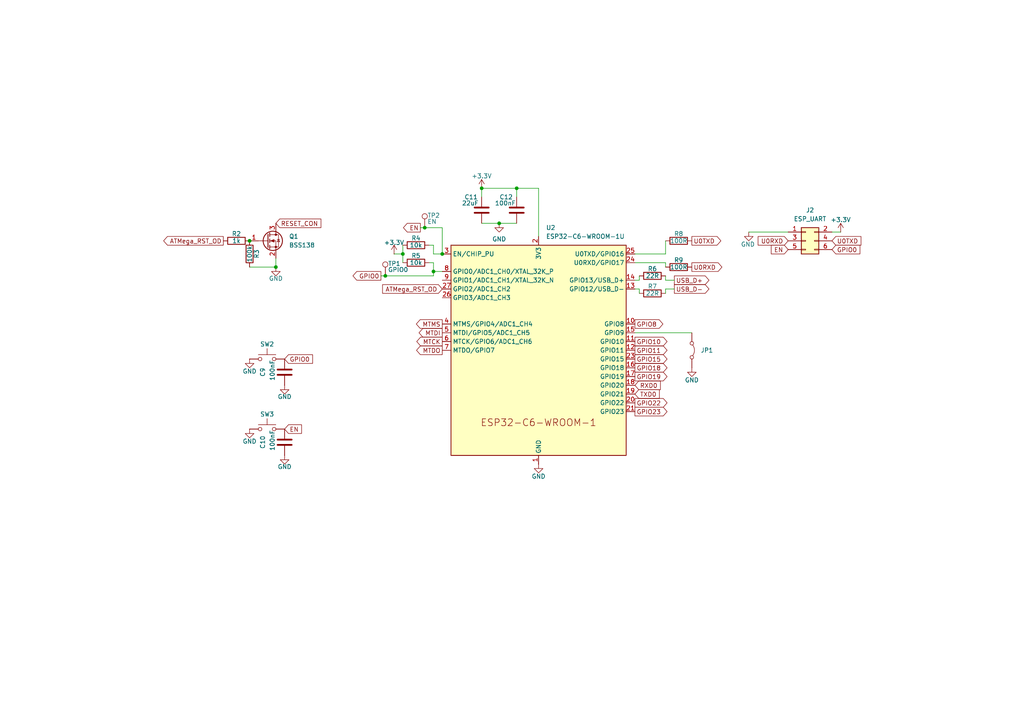
<source format=kicad_sch>
(kicad_sch (version 20250114) (generator "eeschema") (generator_version "9.0")
  (paper "A4")
  (title_block (title "IoT Logger C - ESP32 C6") (date "2026-01-24") (rev "1.0") (company "Piotr Kłyś"))
  (lib_symbols
    (symbol "Connector:TestPoint" (pin_numbers (hide yes)) (pin_names (offset 0.762) (hide yes))
      (property "Reference" "TP" (at 0 6.858 0))
      (property "Value" "TestPoint" (at 0 5.08 0))
      (symbol "TestPoint_0_1"
        (circle (center 0 3.302) (radius 0.762))
      )
      (symbol "TestPoint_1_1"
        (pin passive line (at 0 0 90) (length 2.54) (name "1") (number "1"))
      )
    )
    (symbol "Connector_Generic:Conn_02x03_Odd_Even" (pin_names (offset 1.016) (hide yes))
      (property "Reference" "J" (at 1.27 5.08 0))
      (property "Value" "Conn_02x03_Odd_Even" (at 1.27 -5.08 0))
      (symbol "Conn_02x03_Odd_Even_1_1"
        (rectangle (start -1.27 3.81) (end 3.81 -3.81) (stroke (width 0.254)) (fill (type background)))
        (rectangle (start -1.27 2.667) (end 0 2.413) (stroke (width 0.1524)))
        (rectangle (start -1.27 0.127) (end 0 -0.127) (stroke (width 0.1524)))
        (rectangle (start -1.27 -2.413) (end 0 -2.667) (stroke (width 0.1524)))
        (rectangle (start 3.81 2.667) (end 2.54 2.413) (stroke (width 0.1524)))
        (rectangle (start 3.81 0.127) (end 2.54 -0.127) (stroke (width 0.1524)))
        (rectangle (start 3.81 -2.413) (end 2.54 -2.667) (stroke (width 0.1524)))
        (pin passive line (at -5.08 2.54 0) (length 3.81) (name "Pin_1") (number "1"))
        (pin passive line (at -5.08 0 0) (length 3.81) (name "Pin_3") (number "3"))
        (pin passive line (at -5.08 -2.54 0) (length 3.81) (name "Pin_5") (number "5"))
        (pin passive line (at 7.62 2.54 180) (length 3.81) (name "Pin_2") (number "2"))
        (pin passive line (at 7.62 0 180) (length 3.81) (name "Pin_4") (number "4"))
        (pin passive line (at 7.62 -2.54 180) (length 3.81) (name "Pin_6") (number "6"))
      )
    )
    (symbol "Device:C" (pin_numbers (hide yes)) (pin_names (offset 0.254))
      (property "Reference" "C" (at 0.635 2.54 0))
      (property "Value" "C" (at 0.635 -2.54 0))
      (symbol "C_0_1"
        (polyline (pts (xy -2.032 0.762) (xy 2.032 0.762)) (stroke (width 0.508)))
        (polyline (pts (xy -2.032 -0.762) (xy 2.032 -0.762)) (stroke (width 0.508)))
      )
      (symbol "C_1_1"
        (pin passive line (at 0 3.81 270) (length 2.794) (name "~") (number "1"))
        (pin passive line (at 0 -3.81 90) (length 2.794) (name "~") (number "2"))
      )
    )
    (symbol "Device:R" (pin_numbers (hide yes)) (pin_names (offset 0))
      (property "Reference" "R" (at 2.032 0 90))
      (property "Value" "R" (at 0 0 90))
      (symbol "R_0_1"
        (rectangle (start -1.016 -2.54) (end 1.016 2.54) (stroke (width 0.254)))
      )
      (symbol "R_1_1"
        (pin passive line (at 0 3.81 270) (length 1.27) (name "~") (number "1"))
        (pin passive line (at 0 -3.81 90) (length 1.27) (name "~") (number "2"))
      )
    )
    (symbol "Jumper:Jumper_2_Bridged" (pin_numbers (hide yes)) (pin_names (offset 0) (hide yes))
      (property "Reference" "JP" (at 0 1.905 0))
      (property "Value" "Jumper_2_Bridged" (at 0 -2.54 0))
      (symbol "Jumper_2_Bridged_0_0"
        (circle (center -2.032 0) (radius 0.508))
        (circle (center 2.032 0) (radius 0.508))
      )
      (symbol "Jumper_2_Bridged_0_1"
        (arc (start -1.524 0.254) (mid 0 0.762) (end 1.524 0.254))
      )
      (symbol "Jumper_2_Bridged_1_1"
        (pin passive line (at -5.08 0 0) (length 2.54) (name "A") (number "1"))
        (pin passive line (at 5.08 0 180) (length 2.54) (name "B") (number "2"))
      )
    )
    (symbol "PCM_Espressif:ESP32-C6-WROOM-1"
      (property "Reference" "U" (at -25.4 35.56 0))
      (property "Value" "ESP32-C6-WROOM-1" (at -25.4 33.02 0))
      (symbol "ESP32-C6-WROOM-1_0_0"
        (text "ESP32-C6-WROOM-1" (at 0 -20.955 0) (effects (font (size 2 2))))
      )
      (symbol "ESP32-C6-WROOM-1_0_1"
        (rectangle (start -25.4 30.48) (end 25.4 -30.48) (stroke (width 0.254)) (fill (type background)))
      )
      (symbol "ESP32-C6-WROOM-1_1_1"
        (pin input line (at -27.94 27.94 0) (length 2.54) (name "EN/CHIP_PU") (number "3"))
        (pin bidirectional line (at -27.94 22.86 0) (length 2.54) (name "GPIO0/ADC1_CH0/XTAL_32K_P") (number "8"))
        (pin bidirectional line (at -27.94 20.32 0) (length 2.54) (name "GPIO1/ADC1_CH1/XTAL_32K_N") (number "9"))
        (pin bidirectional line (at -27.94 17.78 0) (length 2.54) (name "GPIO2/ADC1_CH2") (number "27"))
        (pin bidirectional line (at -27.94 15.24 0) (length 2.54) (name "GPIO3/ADC1_CH3") (number "26"))
        (pin bidirectional line (at -27.94 7.62 0) (length 2.54) (name "MTMS/GPIO4/ADC1_CH4") (number "4"))
        (pin bidirectional line (at -27.94 5.08 0) (length 2.54) (name "MTDI/GPIO5/ADC1_CH5") (number "5"))
        (pin bidirectional line (at -27.94 2.54 0) (length 2.54) (name "MTCK/GPIO6/ADC1_CH6") (number "6"))
        (pin bidirectional line (at -27.94 0 0) (length 2.54) (name "MTDO/GPIO7") (number "7"))
        (pin no_connect line (at -25.4 -12.7 0) (length 2.54) (hide yes) (name "NC") (number "22"))
        (pin power_in line (at 0 33.02 270) (length 2.54) (name "3V3") (number "2"))
        (pin power_in line (at 0 -33.02 90) (length 2.54) (name "GND") (number "1"))
        (pin passive line (at 0 -33.02 90) (length 2.54) (hide yes) (name "GND") (number "28"))
        (pin passive line (at 0 -33.02 90) (length 2.54) (hide yes) (name "GND") (number "29"))
        (pin bidirectional line (at 27.94 27.94 180) (length 2.54) (name "U0TXD/GPIO16") (number "25"))
        (pin bidirectional line (at 27.94 25.4 180) (length 2.54) (name "U0RXD/GPIO17") (number "24"))
        (pin bidirectional line (at 27.94 20.32 180) (length 2.54) (name "GPIO13/USB_D+") (number "14"))
        (pin bidirectional line (at 27.94 17.78 180) (length 2.54) (name "GPIO12/USB_D-") (number "13"))
        (pin bidirectional line (at 27.94 7.62 180) (length 2.54) (name "GPIO8") (number "10"))
        (pin bidirectional line (at 27.94 5.08 180) (length 2.54) (name "GPIO9") (number "15"))
        (pin bidirectional line (at 27.94 2.54 180) (length 2.54) (name "GPIO10") (number "11"))
        (pin bidirectional line (at 27.94 0 180) (length 2.54) (name "GPIO11") (number "12"))
        (pin bidirectional line (at 27.94 -2.54 180) (length 2.54) (name "GPIO15") (number "23"))
        (pin bidirectional line (at 27.94 -5.08 180) (length 2.54) (name "GPIO18") (number "16"))
        (pin bidirectional line (at 27.94 -7.62 180) (length 2.54) (name "GPIO19") (number "17"))
        (pin bidirectional line (at 27.94 -10.16 180) (length 2.54) (name "GPIO20") (number "18"))
        (pin bidirectional line (at 27.94 -12.7 180) (length 2.54) (name "GPIO21") (number "19"))
        (pin bidirectional line (at 27.94 -15.24 180) (length 2.54) (name "GPIO22") (number "20"))
        (pin bidirectional line (at 27.94 -17.78 180) (length 2.54) (name "GPIO23") (number "21"))
      )
    )
    (symbol "Switch:SW_Push" (pin_numbers (hide yes)) (pin_names (offset 1.016) (hide yes))
      (property "Reference" "SW" (at 1.27 2.54 0))
      (property "Value" "SW_Push" (at 0 -1.524 0))
      (symbol "SW_Push_0_1"
        (circle (center -2.032 0) (radius 0.508))
        (polyline (pts (xy 0 1.27) (xy 0 3.048)))
        (circle (center 2.032 0) (radius 0.508))
        (polyline (pts (xy 2.54 1.27) (xy -2.54 1.27)))
        (pin passive line (at -5.08 0 0) (length 2.54) (name "1") (number "1"))
        (pin passive line (at 5.08 0 180) (length 2.54) (name "2") (number "2"))
      )
    )
    (symbol "Transistor_FET:BSS138" (pin_names (offset 0) (hide yes))
      (property "Reference" "Q" (at 5.08 1.905 0))
      (property "Value" "BSS138" (at 5.08 0 0))
      (symbol "BSS138_0_1"
        (polyline (pts (xy 0.254 1.905) (xy 0.254 -1.905)) (stroke (width 0.254)))
        (polyline (pts (xy 0.254 0) (xy -2.54 0)))
        (polyline (pts (xy 0.762 2.286) (xy 0.762 1.27)) (stroke (width 0.254)))
        (polyline (pts (xy 0.762 0.508) (xy 0.762 -0.508)) (stroke (width 0.254)))
        (polyline (pts (xy 0.762 -1.27) (xy 0.762 -2.286)) (stroke (width 0.254)))
        (polyline (pts (xy 0.762 -1.778) (xy 3.302 -1.778) (xy 3.302 1.778) (xy 0.762 1.778)))
        (polyline (pts (xy 1.016 0) (xy 2.032 0.381) (xy 2.032 -0.381) (xy 1.016 0)) (fill (type outline)))
        (circle (center 1.651 0) (radius 2.794) (stroke (width 0.254)))
        (polyline (pts (xy 2.54 2.54) (xy 2.54 1.778)))
        (circle (center 2.54 1.778) (radius 0.254) (fill (type outline)))
        (circle (center 2.54 -1.778) (radius 0.254) (fill (type outline)))
        (polyline (pts (xy 2.54 -2.54) (xy 2.54 0) (xy 0.762 0)))
        (polyline (pts (xy 2.921 0.381) (xy 3.683 0.381)))
        (polyline (pts (xy 3.302 0.381) (xy 2.921 -0.254) (xy 3.683 -0.254) (xy 3.302 0.381)))
      )
      (symbol "BSS138_1_1"
        (pin input line (at -5.08 0 0) (length 2.54) (name "G") (number "1"))
        (pin passive line (at 2.54 5.08 270) (length 2.54) (name "D") (number "3"))
        (pin passive line (at 2.54 -5.08 90) (length 2.54) (name "S") (number "2"))
      )
    )
    (symbol "power:+3.3V" (power) (pin_numbers (hide yes)) (pin_names (offset 0) (hide yes))
      (property "Value" "+3.3V" (at 0 3.556 0))
      (symbol "+3.3V_0_1"
        (polyline (pts (xy -0.762 1.27) (xy 0 2.54)))
        (polyline (pts (xy 0 2.54) (xy 0.762 1.27)))
        (polyline (pts (xy 0 0) (xy 0 2.54)))
      )
      (symbol "+3.3V_1_1"
        (pin power_in line (at 0 0 90) (length 0) (name "~") (number "1"))
      )
    )
    (symbol "power:GND" (power) (pin_numbers (hide yes)) (pin_names (offset 0) (hide yes))
      (property "Value" "GND" (at 0 -3.81 0))
      (symbol "GND_0_1"
        (polyline (pts (xy 0 0) (xy 0 -1.27) (xy 1.27 -1.27) (xy 0 -2.54) (xy -1.27 -1.27) (xy 0 -1.27)))
      )
      (symbol "GND_1_1"
        (pin power_in line (at 0 0 270) (length 0) (name "~") (number "1"))
      )
    )
  )
  (junction (at 139.7 54.61))
  (junction (at 144.78 64.77))
  (junction (at 111.76 80.01))
  (junction (at 80.01 77.47))
  (junction (at 72.39 69.85))
  (junction (at 123.19 66.04))
  (junction (at 125.73 78.74))
  (junction (at 116.84 73.66))
  (junction (at 149.86 54.61))
  (junction (at 128.27 73.66))
  (wire (pts (xy 139.7 54.61) (xy 139.7 57.15)))
  (wire (pts (xy 125.73 71.12) (xy 125.73 73.66)))
  (wire (pts (xy 125.73 80.01) (xy 125.73 78.74)))
  (wire (pts (xy 149.86 57.15) (xy 149.86 54.61)))
  (wire (pts (xy 184.15 83.82) (xy 185.42 83.82)))
  (wire (pts (xy 72.39 77.47) (xy 80.01 77.47)))
  (wire (pts (xy 125.73 73.66) (xy 128.27 73.66)))
  (wire (pts (xy 193.04 83.82) (xy 195.58 83.82)))
  (wire (pts (xy 193.04 81.28) (xy 195.58 81.28)))
  (wire (pts (xy 185.42 81.28) (xy 185.42 80.01)))
  (wire (pts (xy 217.17 67.31) (xy 228.6 67.31)))
  (wire (pts (xy 193.04 69.85) (xy 193.04 73.66)))
  (wire (pts (xy 193.04 77.47) (xy 193.04 76.2)))
  (wire (pts (xy 116.84 73.66) (xy 116.84 76.2)))
  (wire (pts (xy 128.27 66.04) (xy 128.27 73.66)))
  (wire (pts (xy 139.7 64.77) (xy 144.78 64.77)))
  (wire (pts (xy 193.04 76.2) (xy 184.15 76.2)))
  (wire (pts (xy 156.21 54.61) (xy 149.86 54.61)))
  (wire (pts (xy 184.15 96.52) (xy 200.66 96.52)))
  (wire (pts (xy 80.01 77.47) (xy 80.01 74.93)))
  (wire (pts (xy 193.04 80.01) (xy 193.04 81.28)))
  (wire (pts (xy 114.3 73.66) (xy 116.84 73.66)))
  (wire (pts (xy 156.21 54.61) (xy 156.21 68.58)))
  (wire (pts (xy 184.15 81.28) (xy 185.42 81.28)))
  (wire (pts (xy 193.04 73.66) (xy 184.15 73.66)))
  (wire (pts (xy 111.76 80.01) (xy 125.73 80.01)))
  (wire (pts (xy 116.84 71.12) (xy 116.84 73.66)))
  (wire (pts (xy 121.92 66.04) (xy 123.19 66.04)))
  (wire (pts (xy 125.73 78.74) (xy 128.27 78.74)))
  (wire (pts (xy 124.46 76.2) (xy 125.73 76.2)))
  (wire (pts (xy 243.84 67.31) (xy 241.3 67.31)))
  (wire (pts (xy 144.78 64.77) (xy 149.86 64.77)))
  (wire (pts (xy 185.42 83.82) (xy 185.42 85.09)))
  (wire (pts (xy 193.04 85.09) (xy 193.04 83.82)))
  (wire (pts (xy 139.7 54.61) (xy 149.86 54.61)))
  (wire (pts (xy 124.46 71.12) (xy 125.73 71.12)))
  (wire (pts (xy 125.73 76.2) (xy 125.73 78.74)))
  (wire (pts (xy 123.19 66.04) (xy 128.27 66.04)))
  (wire (pts (xy 110.49 80.01) (xy 111.76 80.01)))
  (global_label "ATMega_RST_OD" (shape input) (at 128.27 83.82 180) (property "Intersheetrefs" "${INTERSHEET_REFS}" (effects (hide yes))))
  (global_label "GPIO0" (shape input) (at 241.3 72.39 0) (property "Intersheetrefs" "${INTERSHEET_REFS}" (effects (hide yes))))
  (global_label "EN" (shape input) (at 228.6 72.39 180) (property "Intersheetrefs" "${INTERSHEET_REFS}" (effects (hide yes))))
  (global_label "GPIO11" (shape output) (at 184.15 101.6 0) (property "Intersheetrefs" "${INTERSHEET_REFS}" (effects (hide yes))))
  (global_label "GPIO10" (shape output) (at 184.15 99.06 0) (property "Intersheetrefs" "${INTERSHEET_REFS}" (effects (hide yes))))
  (global_label "USB_D-" (shape output) (at 195.58 83.82 0) (property "Intersheetrefs" "${INTERSHEET_REFS}" (effects (hide yes))))
  (global_label "GPIO22" (shape output) (at 184.15 116.84 0) (property "Intersheetrefs" "${INTERSHEET_REFS}" (effects (hide yes))))
  (global_label "U0TXD" (shape input) (at 241.3 69.85 0) (property "Intersheetrefs" "${INTERSHEET_REFS}" (effects (hide yes))))
  (global_label "RESET_CON" (shape input) (at 80.01 64.77 0) (property "Intersheetrefs" "${INTERSHEET_REFS}" (effects (hide yes))))
  (global_label "MTMS" (shape output) (at 128.27 93.98 180) (property "Intersheetrefs" "${INTERSHEET_REFS}" (effects (hide yes))))
  (global_label "GPIO18" (shape output) (at 184.15 106.68 0) (property "Intersheetrefs" "${INTERSHEET_REFS}" (effects (hide yes))))
  (global_label "EN" (shape output) (at 121.92 66.04 180) (property "Intersheetrefs" "${INTERSHEET_REFS}" (effects (hide yes))))
  (global_label "GPIO15" (shape output) (at 184.15 104.14 0) (property "Intersheetrefs" "${INTERSHEET_REFS}" (effects (hide yes))))
  (global_label "U0RXD" (shape input) (at 228.6 69.85 180) (property "Intersheetrefs" "${INTERSHEET_REFS}" (effects (hide yes))))
  (global_label "GPIO0" (shape output) (at 110.49 80.01 180) (property "Intersheetrefs" "${INTERSHEET_REFS}" (effects (hide yes))))
  (global_label "MTDO" (shape output) (at 128.27 101.6 180) (property "Intersheetrefs" "${INTERSHEET_REFS}" (effects (hide yes))))
  (global_label "ATMega_RST_OD" (shape output) (at 64.77 69.85 180) (property "Intersheetrefs" "${INTERSHEET_REFS}" (effects (hide yes))))
  (global_label "MTCK" (shape output) (at 128.27 99.06 180) (property "Intersheetrefs" "${INTERSHEET_REFS}" (effects (hide yes))))
  (global_label "GPIO23" (shape output) (at 184.15 119.38 0) (property "Intersheetrefs" "${INTERSHEET_REFS}" (effects (hide yes))))
  (global_label "EN" (shape input) (at 82.55 124.46 0) (property "Intersheetrefs" "${INTERSHEET_REFS}" (effects (hide yes))))
  (global_label "RXD0" (shape input) (at 184.15 111.76 0) (property "Intersheetrefs" "${INTERSHEET_REFS}" (effects (hide yes))))
  (global_label "U0TXD" (shape output) (at 200.66 69.85 0) (property "Intersheetrefs" "${INTERSHEET_REFS}" (effects (hide yes))))
  (global_label "GPIO8" (shape output) (at 184.15 93.98 0) (property "Intersheetrefs" "${INTERSHEET_REFS}" (effects (hide yes))))
  (global_label "U0RXD" (shape output) (at 200.66 77.47 0) (property "Intersheetrefs" "${INTERSHEET_REFS}" (effects (hide yes))))
  (global_label "USB_D+" (shape output) (at 195.58 81.28 0) (property "Intersheetrefs" "${INTERSHEET_REFS}" (effects (hide yes))))
  (global_label "TXD0" (shape input) (at 184.15 114.3 0) (property "Intersheetrefs" "${INTERSHEET_REFS}" (effects (hide yes))))
  (global_label "MTDI" (shape output) (at 128.27 96.52 180) (property "Intersheetrefs" "${INTERSHEET_REFS}" (effects (hide yes))))
  (global_label "GPIO0" (shape input) (at 82.55 104.14 0) (property "Intersheetrefs" "${INTERSHEET_REFS}" (effects (hide yes))))
  (global_label "GPIO19" (shape output) (at 184.15 109.22 0) (property "Intersheetrefs" "${INTERSHEET_REFS}" (effects (hide yes))))
  (symbol (lib_id "Device:R") (at 68.58 69.85 270) (unit 1)
    (property "Reference" "R2" (at 68.58 67.818 90))
    (property "Value" "1k" (at 68.58 69.85 90))
    (property "Footprint" "Resistor_SMD:R_0603_1608Metric" (effects (hide yes)))
    (property "Description" "Resistor" (effects (hide yes)))
  )
  (symbol (lib_id "power:GND") (at 80.01 77.47 0) (unit 1)
    (property "Reference" "#PWR017" (effects (hide yes)))
    (property "Value" "GND" (at 80.01 80.772 0))
    (property "Description" "Power symbol creates a global label with name \"GND\" , ground" (effects (hide yes)))
  )
  (symbol (lib_id "Device:C") (at 149.86 60.96 0) (unit 1)
    (property "Reference" "C12" (at 146.812 57.15 0))
    (property "Value" "100nF" (at 146.558 58.928 0))
    (property "Footprint" "Capacitor_SMD:C_0603_1608Metric" (effects (hide yes)))
    (property "Description" "Unpolarized capacitor" (effects (hide yes)))
  )
  (symbol (lib_id "power:GND") (at 82.55 111.76 0) (unit 1)
    (property "Reference" "#PWR018" (effects (hide yes)))
    (property "Value" "GND" (at 82.55 115.062 0))
    (property "Description" "Power symbol creates a global label with name \"GND\" , ground" (effects (hide yes)))
  )
  (symbol (lib_id "power:GND") (at 200.66 106.68 0) (unit 1)
    (property "Reference" "#PWR024" (effects (hide yes)))
    (property "Value" "GND" (at 200.66 110.236 0))
    (property "Description" "Power symbol creates a global label with name \"GND\" , ground" (effects (hide yes)))
  )
  (symbol (lib_id "power:GND") (at 144.78 64.77 0) (unit 1)
    (property "Reference" "#PWR022" (effects (hide yes)))
    (property "Value" "GND" (at 144.78 69.342 0))
    (property "Description" "Power symbol creates a global label with name \"GND\" , ground" (effects (hide yes)))
  )
  (symbol (lib_id "power:+3.3V") (at 114.3 73.66 0) (unit 1)
    (property "Reference" "#PWR020" (effects (hide yes)))
    (property "Value" "+3.3V" (at 114.3 70.358 0))
    (property "Description" "Power symbol creates a global label with name \"+3.3V\"" (effects (hide yes)))
  )
  (symbol (lib_id "Switch:SW_Push") (at 77.47 124.46 0) (unit 1)
    (property "Reference" "SW3" (at 77.47 120.142 0))
    (property "Value" "Tact Switch 6x6mm / 13mm" (effects (hide yes)))
    (property "Footprint" "Button_Switch_THT:SW_PUSH_6mm" (effects (hide yes)))
    (property "Description" "Push button switch, generic, two pins" (effects (hide yes)))
  )
  (symbol (lib_id "Device:R") (at 72.39 73.66 180) (unit 1)
    (property "Reference" "R3" (at 74.422 73.66 90))
    (property "Value" "100k" (at 72.39 73.66 90))
    (property "Footprint" "Resistor_SMD:R_0603_1608Metric" (effects (hide yes)))
    (property "Description" "Resistor" (effects (hide yes)))
  )
  (symbol (lib_id "Switch:SW_Push") (at 77.47 104.14 0) (unit 1)
    (property "Reference" "SW2" (at 77.47 99.822 0))
    (property "Value" "Tact Switch 6x6mm / 13mm" (effects (hide yes)))
    (property "Footprint" "Button_Switch_THT:SW_PUSH_6mm" (effects (hide yes)))
    (property "Description" "Push button switch, generic, two pins" (effects (hide yes)))
  )
  (symbol (lib_id "Connector_Generic:Conn_02x03_Odd_Even") (at 233.68 69.85 0) (unit 1)
    (property "Reference" "J2" (at 234.95 60.96 0))
    (property "Value" "ESP_UART" (at 234.95 63.5 0))
    (property "Footprint" "Connector_PinHeader_1.27mm:PinHeader_2x03_P1.27mm_Vertical" (effects (hide yes)))
    (property "Description" "Generic connector, double row, 02x03, odd/even pin numbering scheme (row 1 odd numbers, row 2 even numbers), script generated (kicad-library-utils/schlib/autogen/connector/)" (effects (hide yes)))
  )
  (symbol (lib_id "Device:C") (at 82.55 107.95 0) (unit 1)
    (property "Reference" "C9" (at 76.2 107.95 90))
    (property "Value" "100nF" (at 78.994 107.442 90))
    (property "Footprint" "Capacitor_SMD:C_0603_1608Metric" (effects (hide yes)))
    (property "Description" "Unpolarized capacitor" (effects (hide yes)))
  )
  (symbol (lib_id "Jumper:Jumper_2_Bridged") (at 200.66 101.6 270) (unit 1)
    (property "Reference" "JP1" (at 203.2 101.5999 90) (effects (justify left)))
    (property "Value" "Jumper_2_Bridged" (effects (hide yes)))
    (property "Footprint" "Connector_PinHeader_2.54mm:PinHeader_1x02_P2.54mm_Vertical" (effects (hide yes)))
    (property "Description" "Jumper, 2-pole, closed/bridged" (effects (hide yes)))
  )
  (symbol (lib_id "Device:R") (at 196.85 77.47 270) (unit 1)
    (property "Reference" "R9" (at 196.85 75.438 90))
    (property "Value" "100R" (at 196.85 77.47 90))
    (property "Footprint" "Resistor_SMD:R_0603_1608Metric" (effects (hide yes)))
    (property "Description" "Resistor" (effects (hide yes)))
  )
  (symbol (lib_id "power:GND") (at 156.21 134.62 0) (unit 1)
    (property "Reference" "#PWR023" (effects (hide yes)))
    (property "Value" "GND" (at 156.21 138.176 0))
    (property "Description" "Power symbol creates a global label with name \"GND\" , ground" (effects (hide yes)))
  )
  (symbol (lib_id "Device:R") (at 120.65 71.12 270) (unit 1)
    (property "Reference" "R4" (at 120.65 69.088 90))
    (property "Value" "10k" (at 120.65 71.12 90))
    (property "Footprint" "Resistor_SMD:R_0603_1608Metric" (effects (hide yes)))
    (property "Description" "Resistor" (effects (hide yes)))
  )
  (symbol (lib_id "power:GND") (at 72.39 104.14 0) (unit 1)
    (property "Reference" "#PWR015" (effects (hide yes)))
    (property "Value" "GND" (at 72.39 107.696 0))
    (property "Description" "Power symbol creates a global label with name \"GND\" , ground" (effects (hide yes)))
  )
  (symbol (lib_id "Connector:TestPoint") (at 111.76 80.01 0) (unit 1)
    (property "Reference" "TP1" (at 112.522 76.454 0) (effects (justify left)))
    (property "Value" "GPIO0" (at 112.522 78.232 0) (effects (justify left)))
    (property "Footprint" "TestPoint:TestPoint_Pad_D1.5mm" (effects (hide yes)))
    (property "Description" "test point" (effects (hide yes)))
  )
  (symbol (lib_id "Device:R") (at 120.65 76.2 270) (unit 1)
    (property "Reference" "R5" (at 120.65 74.168 90))
    (property "Value" "10k" (at 120.65 76.2 90))
    (property "Footprint" "Resistor_SMD:R_0603_1608Metric" (effects (hide yes)))
    (property "Description" "Resistor" (effects (hide yes)))
  )
  (symbol (lib_id "Transistor_FET:BSS138") (at 77.47 69.85 0) (unit 1)
    (property "Reference" "Q1" (at 83.82 68.5799 0) (effects (justify left)))
    (property "Value" "BSS138" (at 83.82 71.1199 0) (effects (justify left)))
    (property "Footprint" "Package_TO_SOT_SMD:SOT-23" (effects (hide yes)))
    (property "Datasheet" "https://www.onsemi.com/pub/Collateral/BSS138-D.PDF" (effects (hide yes)))
    (property "Description" "50V Vds, 0.22A Id, N-Channel MOSFET, SOT-23" (effects (hide yes)))
  )
  (symbol (lib_id "Device:R") (at 189.23 85.09 270) (unit 1)
    (property "Reference" "R7" (at 189.23 83.058 90))
    (property "Value" "22R" (at 189.23 85.09 90))
    (property "Footprint" "Resistor_SMD:R_0603_1608Metric" (effects (hide yes)))
    (property "Description" "Resistor" (effects (hide yes)))
  )
  (symbol (lib_id "power:+3.3V") (at 139.7 54.61 0) (unit 1)
    (property "Reference" "#PWR021" (effects (hide yes)))
    (property "Value" "+3.3V" (at 139.7 51.054 0))
    (property "Description" "Power symbol creates a global label with name \"+3.3V\"" (effects (hide yes)))
  )
  (symbol (lib_id "PCM_Espressif:ESP32-C6-WROOM-1") (at 156.21 101.6 0) (unit 1)
    (property "Reference" "U2" (at 158.3533 66.04 0) (effects (justify left)))
    (property "Value" "ESP32-C6-WROOM-1U" (at 158.3533 68.58 0) (effects (justify left)))
    (property "Footprint" "PCM_Espressif:ESP32-C6-WROOM-1U" (effects (hide yes)))
    (property "Datasheet" "https://www.espressif.com/sites/default/files/documentation/esp32-c6-wroom-1_wroom-1u_datasheet_en.pdf" (effects (hide yes)))
    (property "Description" "ESP32-C6-WROOM-1/U is a module that supports 2.4 GHz Wi-Fi 6 (802.11 ax), Bluetooth® 5 (LE), Zigbee and Thread (802.15.4)" (effects (hide yes)))
  )
  (symbol (lib_id "Connector:TestPoint") (at 123.19 66.04 0) (unit 1)
    (property "Reference" "TP2" (at 123.952 62.484 0) (effects (justify left)))
    (property "Value" "EN" (at 123.952 64.262 0) (effects (justify left)))
    (property "Footprint" "TestPoint:TestPoint_Pad_D1.5mm" (effects (hide yes)))
    (property "Description" "test point" (effects (hide yes)))
  )
  (symbol (lib_id "Device:R") (at 196.85 69.85 270) (unit 1)
    (property "Reference" "R8" (at 196.85 67.818 90))
    (property "Value" "100R" (at 196.85 69.85 90))
    (property "Footprint" "Resistor_SMD:R_0603_1608Metric" (effects (hide yes)))
    (property "Description" "Resistor" (effects (hide yes)))
  )
  (symbol (lib_id "Device:C") (at 139.7 60.96 0) (unit 1)
    (property "Reference" "C11" (at 136.652 57.15 0))
    (property "Value" "22uF" (at 136.398 58.928 0))
    (property "Footprint" "Capacitor_SMD:C_0603_1608Metric" (effects (hide yes)))
    (property "Description" "Unpolarized capacitor" (effects (hide yes)))
  )
  (symbol (lib_id "Device:R") (at 189.23 80.01 270) (unit 1)
    (property "Reference" "R6" (at 189.23 77.978 90))
    (property "Value" "22R" (at 189.23 80.01 90))
    (property "Footprint" "Resistor_SMD:R_0603_1608Metric" (effects (hide yes)))
    (property "Description" "Resistor" (effects (hide yes)))
  )
  (symbol (lib_id "power:+3.3V") (at 243.84 67.31 0) (unit 1)
    (property "Reference" "#PWR026" (effects (hide yes)))
    (property "Value" "+3.3V" (at 243.84 63.754 0))
    (property "Description" "Power symbol creates a global label with name \"+3.3V\"" (effects (hide yes)))
  )
  (symbol (lib_id "power:GND") (at 72.39 124.46 0) (unit 1)
    (property "Reference" "#PWR016" (effects (hide yes)))
    (property "Value" "GND" (at 72.39 128.016 0))
    (property "Description" "Power symbol creates a global label with name \"GND\" , ground" (effects (hide yes)))
  )
  (symbol (lib_id "Device:C") (at 82.55 128.27 0) (unit 1)
    (property "Reference" "C10" (at 76.2 128.27 90))
    (property "Value" "100nF" (at 78.994 127.762 90))
    (property "Footprint" "Capacitor_SMD:C_0603_1608Metric" (effects (hide yes)))
    (property "Description" "Unpolarized capacitor" (effects (hide yes)))
  )
  (symbol (lib_id "power:GND") (at 217.17 67.31 0) (unit 1)
    (property "Reference" "#PWR025" (effects (hide yes)))
    (property "Value" "GND" (at 216.916 70.866 0))
    (property "Description" "Power symbol creates a global label with name \"GND\" , ground" (effects (hide yes)))
  )
  (symbol (lib_id "power:GND") (at 82.55 132.08 0) (unit 1)
    (property "Reference" "#PWR019" (effects (hide yes)))
    (property "Value" "GND" (at 82.55 135.382 0))
    (property "Description" "Power symbol creates a global label with name \"GND\" , ground" (effects (hide yes)))
  )
)
</source>
